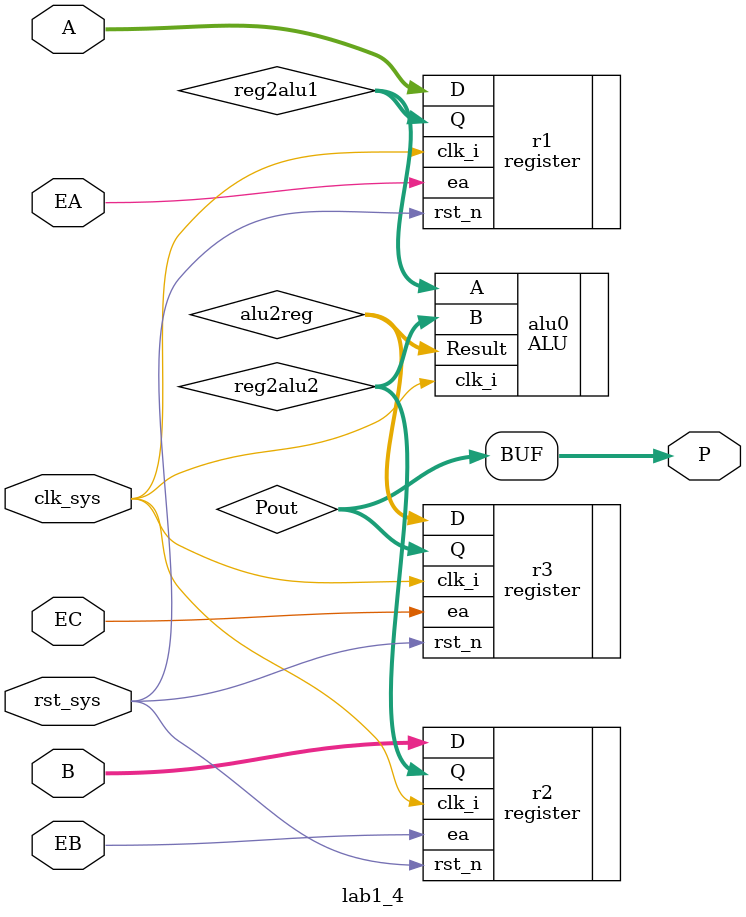
<source format=sv>
module lab1_4(
	input clk_sys, rst_sys,
	input [7:0] A,
	input [7:0] B,
	input EA, EB, EC,
	output reg [16:0] P
);

	wire [7:0] reg2alu1;
	wire [7:0] reg2alu2;
	wire [7:0] alu2reg;
	wire [16:0] Pout;
	
	assign P = Pout;
	
	register r1(
		.clk_i(clk_sys),
		.rst_n(rst_sys),
		.ea(EA),
		.D(A),
		.Q(reg2alu1)
	);
	
	register r2(
		.clk_i(clk_sys),
		.rst_n(rst_sys),
		.ea(EB),
		.D(B),
		.Q(reg2alu2)
	);	
	
	ALU alu0(
		.clk_i(clk_sys),
		.A(reg2alu1),
		.B(reg2alu2),
		.Result(alu2reg)
	);
	
	register r3(
		.clk_i(clk_sys),
		.rst_n(rst_sys),
		.ea(EC),
		.D(alu2reg),
		.Q(Pout)
	);
	
endmodule
	
	
</source>
